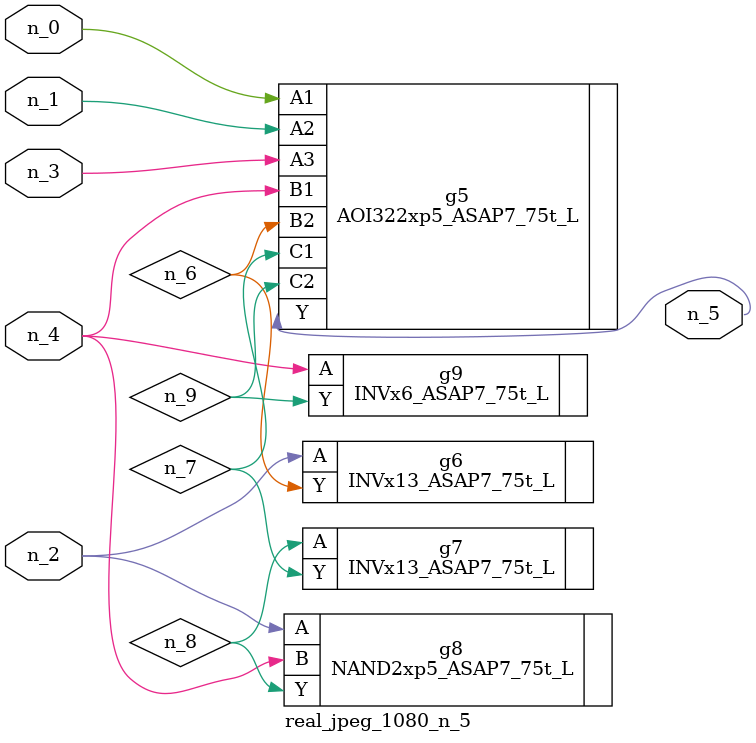
<source format=v>
module real_jpeg_1080_n_5 (n_4, n_0, n_1, n_2, n_3, n_5);

input n_4;
input n_0;
input n_1;
input n_2;
input n_3;

output n_5;

wire n_8;
wire n_6;
wire n_7;
wire n_9;

AOI322xp5_ASAP7_75t_L g5 ( 
.A1(n_0),
.A2(n_1),
.A3(n_3),
.B1(n_4),
.B2(n_6),
.C1(n_7),
.C2(n_9),
.Y(n_5)
);

INVx13_ASAP7_75t_L g6 ( 
.A(n_2),
.Y(n_6)
);

NAND2xp5_ASAP7_75t_L g8 ( 
.A(n_2),
.B(n_4),
.Y(n_8)
);

INVx6_ASAP7_75t_L g9 ( 
.A(n_4),
.Y(n_9)
);

INVx13_ASAP7_75t_L g7 ( 
.A(n_8),
.Y(n_7)
);


endmodule
</source>
